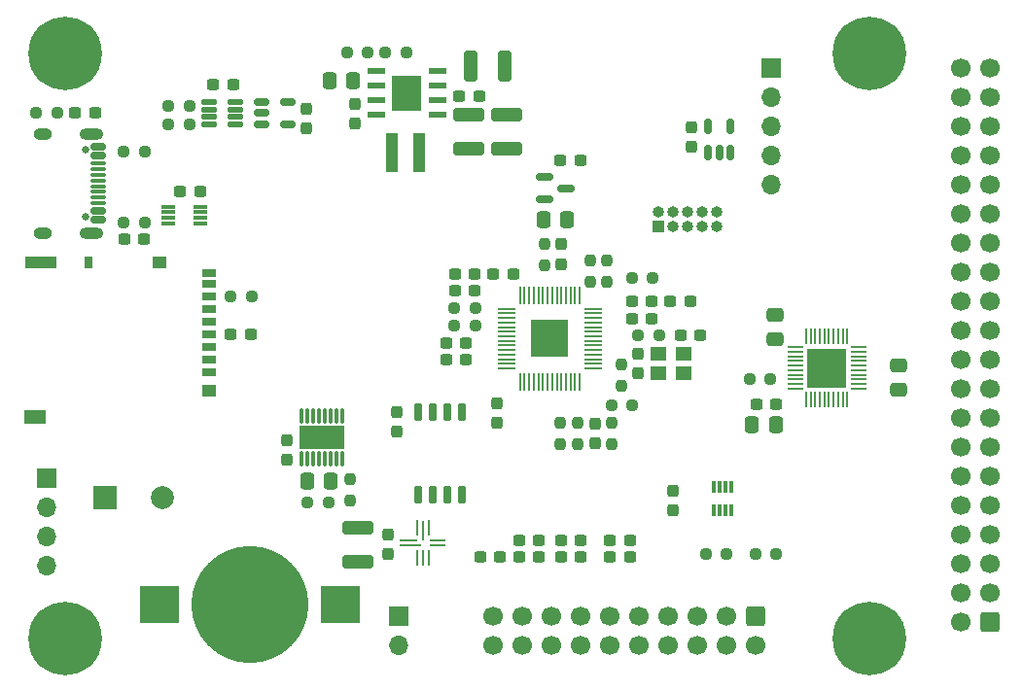
<source format=gbr>
%TF.GenerationSoftware,KiCad,Pcbnew,8.0.4-1.fc40*%
%TF.CreationDate,2024-09-05T19:31:20+01:00*%
%TF.ProjectId,better-lamp-controller,62657474-6572-42d6-9c61-6d702d636f6e,rev?*%
%TF.SameCoordinates,Original*%
%TF.FileFunction,Soldermask,Top*%
%TF.FilePolarity,Negative*%
%FSLAX46Y46*%
G04 Gerber Fmt 4.6, Leading zero omitted, Abs format (unit mm)*
G04 Created by KiCad (PCBNEW 8.0.4-1.fc40) date 2024-09-05 19:31:20*
%MOMM*%
%LPD*%
G01*
G04 APERTURE LIST*
G04 Aperture macros list*
%AMRoundRect*
0 Rectangle with rounded corners*
0 $1 Rounding radius*
0 $2 $3 $4 $5 $6 $7 $8 $9 X,Y pos of 4 corners*
0 Add a 4 corners polygon primitive as box body*
4,1,4,$2,$3,$4,$5,$6,$7,$8,$9,$2,$3,0*
0 Add four circle primitives for the rounded corners*
1,1,$1+$1,$2,$3*
1,1,$1+$1,$4,$5*
1,1,$1+$1,$6,$7*
1,1,$1+$1,$8,$9*
0 Add four rect primitives between the rounded corners*
20,1,$1+$1,$2,$3,$4,$5,0*
20,1,$1+$1,$4,$5,$6,$7,0*
20,1,$1+$1,$6,$7,$8,$9,0*
20,1,$1+$1,$8,$9,$2,$3,0*%
G04 Aperture macros list end*
%ADD10RoundRect,0.237500X0.300000X0.237500X-0.300000X0.237500X-0.300000X-0.237500X0.300000X-0.237500X0*%
%ADD11RoundRect,0.250000X-0.325000X-1.100000X0.325000X-1.100000X0.325000X1.100000X-0.325000X1.100000X0*%
%ADD12RoundRect,0.250000X0.600000X0.600000X-0.600000X0.600000X-0.600000X-0.600000X0.600000X-0.600000X0*%
%ADD13C,1.700000*%
%ADD14RoundRect,0.237500X0.250000X0.237500X-0.250000X0.237500X-0.250000X-0.237500X0.250000X-0.237500X0*%
%ADD15R,0.980000X3.400000*%
%ADD16RoundRect,0.237500X-0.250000X-0.237500X0.250000X-0.237500X0.250000X0.237500X-0.250000X0.237500X0*%
%ADD17RoundRect,0.237500X-0.300000X-0.237500X0.300000X-0.237500X0.300000X0.237500X-0.300000X0.237500X0*%
%ADD18R,0.300000X1.000000*%
%ADD19RoundRect,0.237500X-0.237500X0.300000X-0.237500X-0.300000X0.237500X-0.300000X0.237500X0.300000X0*%
%ADD20R,1.700000X1.700000*%
%ADD21O,1.700000X1.700000*%
%ADD22RoundRect,0.237500X0.237500X-0.300000X0.237500X0.300000X-0.237500X0.300000X-0.237500X-0.300000X0*%
%ADD23R,3.500000X3.300000*%
%ADD24C,10.200000*%
%ADD25R,2.000000X2.000000*%
%ADD26C,2.000000*%
%ADD27RoundRect,0.250000X0.337500X0.475000X-0.337500X0.475000X-0.337500X-0.475000X0.337500X-0.475000X0*%
%ADD28R,1.200000X0.700000*%
%ADD29R,0.800000X1.000000*%
%ADD30R,1.200000X1.000000*%
%ADD31R,2.800000X1.000000*%
%ADD32R,1.900000X1.300000*%
%ADD33RoundRect,0.250000X-1.100000X0.325000X-1.100000X-0.325000X1.100000X-0.325000X1.100000X0.325000X0*%
%ADD34RoundRect,0.150000X-0.587500X-0.150000X0.587500X-0.150000X0.587500X0.150000X-0.587500X0.150000X0*%
%ADD35RoundRect,0.237500X0.237500X-0.250000X0.237500X0.250000X-0.237500X0.250000X-0.237500X-0.250000X0*%
%ADD36RoundRect,0.250000X-0.600000X0.600000X-0.600000X-0.600000X0.600000X-0.600000X0.600000X0.600000X0*%
%ADD37RoundRect,0.237500X-0.237500X0.250000X-0.237500X-0.250000X0.237500X-0.250000X0.237500X0.250000X0*%
%ADD38RoundRect,0.150000X0.150000X-0.512500X0.150000X0.512500X-0.150000X0.512500X-0.150000X-0.512500X0*%
%ADD39RoundRect,0.092500X-0.092500X0.557500X-0.092500X-0.557500X0.092500X-0.557500X0.092500X0.557500X0*%
%ADD40RoundRect,0.105000X-1.845000X0.945000X-1.845000X-0.945000X1.845000X-0.945000X1.845000X0.945000X0*%
%ADD41O,0.200000X1.500000*%
%ADD42O,1.500000X0.200000*%
%ADD43C,0.437500*%
%ADD44R,3.500000X3.500000*%
%ADD45C,6.400000*%
%ADD46RoundRect,0.250000X-0.337500X-0.475000X0.337500X-0.475000X0.337500X0.475000X-0.337500X0.475000X0*%
%ADD47R,1.400000X1.200000*%
%ADD48RoundRect,0.250000X-0.475000X0.337500X-0.475000X-0.337500X0.475000X-0.337500X0.475000X0.337500X0*%
%ADD49RoundRect,0.150000X0.150000X-0.650000X0.150000X0.650000X-0.150000X0.650000X-0.150000X-0.650000X0*%
%ADD50RoundRect,0.150000X-0.512500X-0.150000X0.512500X-0.150000X0.512500X0.150000X-0.512500X0.150000X0*%
%ADD51RoundRect,0.250000X1.100000X-0.325000X1.100000X0.325000X-1.100000X0.325000X-1.100000X-0.325000X0*%
%ADD52C,0.650000*%
%ADD53RoundRect,0.150000X-0.500000X0.150000X-0.500000X-0.150000X0.500000X-0.150000X0.500000X0.150000X0*%
%ADD54RoundRect,0.075000X-0.575000X0.075000X-0.575000X-0.075000X0.575000X-0.075000X0.575000X0.075000X0*%
%ADD55O,2.100000X1.000000*%
%ADD56O,1.600000X1.000000*%
%ADD57R,1.000000X1.000000*%
%ADD58O,1.000000X1.000000*%
%ADD59RoundRect,0.062500X-0.062500X0.625000X-0.062500X-0.625000X0.062500X-0.625000X0.062500X0.625000X0*%
%ADD60RoundRect,0.062500X-0.062500X0.825000X-0.062500X-0.825000X0.062500X-0.825000X0.062500X0.825000X0*%
%ADD61RoundRect,0.062500X0.687500X0.062500X-0.687500X0.062500X-0.687500X-0.062500X0.687500X-0.062500X0*%
%ADD62RoundRect,0.062500X-0.837500X-0.062500X0.837500X-0.062500X0.837500X0.062500X-0.837500X0.062500X0*%
%ADD63RoundRect,0.062500X0.062500X-0.650000X0.062500X0.650000X-0.062500X0.650000X-0.062500X-0.650000X0*%
%ADD64RoundRect,0.062500X-0.637500X-0.062500X0.637500X-0.062500X0.637500X0.062500X-0.637500X0.062500X0*%
%ADD65R,2.600000X3.100000*%
%ADD66R,1.550000X0.600000*%
%ADD67RoundRect,0.087500X-0.537500X-0.087500X0.537500X-0.087500X0.537500X0.087500X-0.537500X0.087500X0*%
%ADD68RoundRect,0.250000X0.475000X-0.337500X0.475000X0.337500X-0.475000X0.337500X-0.475000X-0.337500X0*%
%ADD69RoundRect,0.125000X-0.537500X-0.125000X0.537500X-0.125000X0.537500X0.125000X-0.537500X0.125000X0*%
%ADD70RoundRect,0.050000X0.050000X-0.700000X0.050000X0.700000X-0.050000X0.700000X-0.050000X-0.700000X0*%
%ADD71RoundRect,0.050000X0.700000X-0.050000X0.700000X0.050000X-0.700000X0.050000X-0.700000X-0.050000X0*%
%ADD72R,3.200000X3.200000*%
G04 APERTURE END LIST*
D10*
%TO.C,C39*%
X124900000Y-119900000D03*
X123175000Y-119900000D03*
%TD*%
D11*
%TO.C,C14*%
X115300000Y-77100000D03*
X118250000Y-77100000D03*
%TD*%
D12*
%TO.C,J1*%
X160540000Y-125500000D03*
D13*
X158000000Y-125500000D03*
X160540000Y-122960000D03*
X158000000Y-122960000D03*
X160540000Y-120420000D03*
X158000000Y-120420000D03*
X160540000Y-117880000D03*
X158000000Y-117880000D03*
X160540000Y-115340000D03*
X158000000Y-115340000D03*
X160540000Y-112800000D03*
X158000000Y-112800000D03*
X160540000Y-110260000D03*
X158000000Y-110260000D03*
X160540000Y-107720000D03*
X158000000Y-107720000D03*
X160540000Y-105180000D03*
X158000000Y-105180000D03*
X160540000Y-102640000D03*
X158000000Y-102640000D03*
X160540000Y-100100000D03*
X158000000Y-100100000D03*
X160540000Y-97560000D03*
X158000000Y-97560000D03*
X160540000Y-95020000D03*
X158000000Y-95020000D03*
X160540000Y-92480000D03*
X158000000Y-92480000D03*
X160540000Y-89940000D03*
X158000000Y-89940000D03*
X160540000Y-87400000D03*
X158000000Y-87400000D03*
X160540000Y-84860000D03*
X158000000Y-84860000D03*
X160540000Y-82320000D03*
X158000000Y-82320000D03*
X160540000Y-79780000D03*
X158000000Y-79780000D03*
X160540000Y-77240000D03*
X158000000Y-77240000D03*
%TD*%
D14*
%TO.C,R11*%
X79300000Y-81200000D03*
X77475000Y-81200000D03*
%TD*%
D15*
%TO.C,L1*%
X108450000Y-84650000D03*
X110820000Y-84650000D03*
%TD*%
D16*
%TO.C,R26*%
X113875000Y-98200000D03*
X115700000Y-98200000D03*
%TD*%
D17*
%TO.C,C24*%
X113925000Y-95200000D03*
X115650000Y-95200000D03*
%TD*%
D16*
%TO.C,R25*%
X113875000Y-99700000D03*
X115700000Y-99700000D03*
%TD*%
D18*
%TO.C,U12*%
X136500000Y-115787500D03*
X137000000Y-115787500D03*
X137500000Y-115787500D03*
X138000000Y-115787500D03*
X138000000Y-113787500D03*
X137500000Y-113787500D03*
X137000000Y-113787500D03*
X136500000Y-113787500D03*
%TD*%
D19*
%TO.C,C26*%
X108900000Y-107225000D03*
X108900000Y-108950000D03*
%TD*%
D14*
%TO.C,R24*%
X102925000Y-115162500D03*
X101100000Y-115162500D03*
%TD*%
D17*
%TO.C,C35*%
X132700000Y-97600000D03*
X134425000Y-97600000D03*
%TD*%
D16*
%TO.C,R4*%
X139575000Y-104400000D03*
X141400000Y-104400000D03*
%TD*%
D20*
%TO.C,J6*%
X109000000Y-125000000D03*
D21*
X109000000Y-127540000D03*
%TD*%
D22*
%TO.C,C44*%
X99300000Y-111437500D03*
X99300000Y-109712500D03*
%TD*%
D17*
%TO.C,C25*%
X116137500Y-119900000D03*
X117862500Y-119900000D03*
%TD*%
D10*
%TO.C,C16*%
X131075000Y-97600000D03*
X129350000Y-97600000D03*
%TD*%
D17*
%TO.C,C17*%
X113175000Y-102700000D03*
X114900000Y-102700000D03*
%TD*%
%TO.C,C27*%
X133575000Y-100600000D03*
X135300000Y-100600000D03*
%TD*%
D23*
%TO.C,BT1*%
X88200000Y-124000000D03*
X104000000Y-124000000D03*
D24*
X96100000Y-124000000D03*
%TD*%
D25*
%TO.C,C13*%
X83500000Y-114700000D03*
D26*
X88500000Y-114700000D03*
%TD*%
D27*
%TO.C,C5*%
X141850000Y-108350000D03*
X139775000Y-108350000D03*
%TD*%
D22*
%TO.C,C47*%
X132900000Y-115825000D03*
X132900000Y-114100000D03*
%TD*%
D28*
%TO.C,J2*%
X92500000Y-103800000D03*
X92500000Y-102700000D03*
X92500000Y-101600000D03*
X92500000Y-100500000D03*
X92500000Y-99400000D03*
X92500000Y-98300000D03*
X92500000Y-97200000D03*
X92500000Y-96100000D03*
X92500000Y-95150000D03*
D29*
X82000000Y-94200000D03*
D30*
X88200000Y-94200000D03*
D31*
X77850000Y-94200000D03*
D30*
X92500000Y-105350000D03*
D32*
X77400000Y-107700000D03*
%TD*%
D33*
%TO.C,C7*%
X105525000Y-117300000D03*
X105525000Y-120250000D03*
%TD*%
D16*
%TO.C,R15*%
X94425000Y-97200000D03*
X96250000Y-97200000D03*
%TD*%
D34*
%TO.C,U11*%
X121700000Y-86800000D03*
X121700000Y-88700000D03*
X123575000Y-87750000D03*
%TD*%
D16*
%TO.C,R5*%
X129900000Y-100600000D03*
X131725000Y-100600000D03*
%TD*%
D35*
%TO.C,R3*%
X125700000Y-95900000D03*
X125700000Y-94075000D03*
%TD*%
D17*
%TO.C,C42*%
X119500000Y-119900000D03*
X121225000Y-119900000D03*
%TD*%
D36*
%TO.C,J4*%
X140120000Y-125000000D03*
D13*
X140120000Y-127540000D03*
X137580000Y-125000000D03*
X137580000Y-127540000D03*
X135040000Y-125000000D03*
X135040000Y-127540000D03*
X132500000Y-125000000D03*
X132500000Y-127540000D03*
X129960000Y-125000000D03*
X129960000Y-127540000D03*
X127420000Y-125000000D03*
X127420000Y-127540000D03*
X124880000Y-125000000D03*
X124880000Y-127540000D03*
X122340000Y-125000000D03*
X122340000Y-127540000D03*
X119800000Y-125000000D03*
X119800000Y-127540000D03*
X117260000Y-125000000D03*
X117260000Y-127540000D03*
%TD*%
D37*
%TO.C,R6*%
X123100000Y-108200000D03*
X123100000Y-110025000D03*
%TD*%
D17*
%TO.C,C8*%
X80875000Y-81200000D03*
X82600000Y-81200000D03*
%TD*%
%TO.C,C15*%
X113925000Y-96700000D03*
X115650000Y-96700000D03*
%TD*%
D38*
%TO.C,U6*%
X136000000Y-84675000D03*
X136950000Y-84675000D03*
X137900000Y-84675000D03*
X137900000Y-82400000D03*
X136000000Y-82400000D03*
%TD*%
D37*
%TO.C,R8*%
X127600000Y-108200000D03*
X127600000Y-110025000D03*
%TD*%
D17*
%TO.C,C23*%
X113175000Y-101200000D03*
X114900000Y-101200000D03*
%TD*%
D14*
%TO.C,R22*%
X131150000Y-95600000D03*
X129325000Y-95600000D03*
%TD*%
%TO.C,R17*%
X90825000Y-80600000D03*
X89000000Y-80600000D03*
%TD*%
D16*
%TO.C,R21*%
X107850000Y-75950000D03*
X109675000Y-75950000D03*
%TD*%
D39*
%TO.C,U10*%
X104100000Y-107612500D03*
X103600000Y-107612500D03*
X103100000Y-107612500D03*
X102600000Y-107612500D03*
X102100000Y-107612500D03*
X101600000Y-107612500D03*
X101100000Y-107612500D03*
X100600000Y-107612500D03*
X104100000Y-111312500D03*
X103600000Y-111312500D03*
X103100000Y-111312500D03*
X102600000Y-111312500D03*
X102100000Y-111312500D03*
X101600000Y-111312500D03*
X101100000Y-111312500D03*
X100600000Y-111312500D03*
D40*
X102335000Y-109462500D03*
%TD*%
D10*
%TO.C,C9*%
X91725000Y-88000000D03*
X90000000Y-88000000D03*
%TD*%
D20*
%TO.C,J7*%
X78400000Y-112980000D03*
D21*
X78400000Y-115520000D03*
X78400000Y-118060000D03*
X78400000Y-120600000D03*
%TD*%
D41*
%TO.C,U1*%
X144500000Y-106150000D03*
X144900000Y-106150000D03*
X145300000Y-106150000D03*
X145700000Y-106150000D03*
X146100000Y-106150000D03*
X146500000Y-106150000D03*
X146900000Y-106150000D03*
X147300000Y-106150000D03*
X147700000Y-106150000D03*
X148100000Y-106150000D03*
D42*
X149050000Y-105200000D03*
X149050000Y-104800000D03*
X149050000Y-104400000D03*
X149050000Y-104000000D03*
X149050000Y-103600000D03*
X149050000Y-103200000D03*
X149050000Y-102800000D03*
X149050000Y-102400000D03*
X149050000Y-102000000D03*
X149050000Y-101600000D03*
D41*
X148100000Y-100650000D03*
X147700000Y-100650000D03*
X147300000Y-100650000D03*
X146900000Y-100650000D03*
X146500000Y-100650000D03*
X146100000Y-100650000D03*
X145700000Y-100650000D03*
X145300000Y-100650000D03*
X144900000Y-100650000D03*
X144500000Y-100650000D03*
D42*
X143550000Y-101600000D03*
X143550000Y-102000000D03*
X143550000Y-102400000D03*
X143550000Y-102800000D03*
X143550000Y-103200000D03*
X143550000Y-103600000D03*
X143550000Y-104000000D03*
X143550000Y-104400000D03*
X143550000Y-104800000D03*
X143550000Y-105200000D03*
D43*
X145425000Y-104275000D03*
X146300000Y-104275000D03*
X147175000Y-104275000D03*
X145425000Y-103400000D03*
X146300000Y-103400000D03*
D44*
X146300000Y-103400000D03*
D43*
X147175000Y-103400000D03*
X145425000Y-102525000D03*
X146300000Y-102525000D03*
X147175000Y-102525000D03*
%TD*%
D19*
%TO.C,C10*%
X101000000Y-80800000D03*
X101000000Y-82525000D03*
%TD*%
D17*
%TO.C,C45*%
X123125000Y-85300000D03*
X124850000Y-85300000D03*
%TD*%
D45*
%TO.C,H3*%
X80000000Y-127000000D03*
%TD*%
D16*
%TO.C,R14*%
X127575000Y-106700000D03*
X129400000Y-106700000D03*
%TD*%
D46*
%TO.C,C36*%
X101075000Y-113300000D03*
X103150000Y-113300000D03*
%TD*%
D47*
%TO.C,Y1*%
X133825000Y-102200000D03*
X131625000Y-102200000D03*
X131625000Y-103900000D03*
X133825000Y-103900000D03*
%TD*%
D45*
%TO.C,H1*%
X150000000Y-76000000D03*
%TD*%
D48*
%TO.C,C4*%
X152600000Y-103200000D03*
X152600000Y-105275000D03*
%TD*%
D35*
%TO.C,R23*%
X104800000Y-114925000D03*
X104800000Y-113100000D03*
%TD*%
%TO.C,R1*%
X121700000Y-94425000D03*
X121700000Y-92600000D03*
%TD*%
D49*
%TO.C,U5*%
X110695000Y-114450000D03*
X111965000Y-114450000D03*
X113235000Y-114450000D03*
X114505000Y-114450000D03*
X114505000Y-107250000D03*
X113235000Y-107250000D03*
X111965000Y-107250000D03*
X110695000Y-107250000D03*
%TD*%
D19*
%TO.C,C21*%
X123200000Y-92625000D03*
X123200000Y-94350000D03*
%TD*%
D22*
%TO.C,C19*%
X126100000Y-110000000D03*
X126100000Y-108275000D03*
%TD*%
D16*
%TO.C,R20*%
X104537500Y-75950000D03*
X106362500Y-75950000D03*
%TD*%
D17*
%TO.C,C12*%
X85137500Y-92200000D03*
X86862500Y-92200000D03*
%TD*%
D19*
%TO.C,C6*%
X108125000Y-117925000D03*
X108125000Y-119650000D03*
%TD*%
D10*
%TO.C,C2*%
X94625000Y-78700000D03*
X92900000Y-78700000D03*
%TD*%
D50*
%TO.C,U8*%
X97075000Y-80250000D03*
X97075000Y-81200000D03*
X97075000Y-82150000D03*
X99350000Y-82150000D03*
X99350000Y-80250000D03*
%TD*%
D51*
%TO.C,C34*%
X118450000Y-84300000D03*
X118450000Y-81350000D03*
%TD*%
D17*
%TO.C,C38*%
X127437500Y-118400000D03*
X129162500Y-118400000D03*
%TD*%
D45*
%TO.C,H4*%
X80000000Y-76000000D03*
%TD*%
D22*
%TO.C,C18*%
X117600000Y-108225000D03*
X117600000Y-106500000D03*
%TD*%
D20*
%TO.C,J5*%
X141500000Y-77252500D03*
D21*
X141500000Y-79792500D03*
X141500000Y-82332500D03*
X141500000Y-84872500D03*
X141500000Y-87412500D03*
%TD*%
D52*
%TO.C,J3*%
X81760000Y-84430000D03*
X81760000Y-90210000D03*
D53*
X82900000Y-84120000D03*
X82900000Y-84920000D03*
D54*
X82900000Y-86070000D03*
X82900000Y-87070000D03*
X82900000Y-87570000D03*
X82900000Y-88570000D03*
D53*
X82900000Y-89720000D03*
X82900000Y-90520000D03*
X82900000Y-90520000D03*
X82900000Y-89720000D03*
D54*
X82900000Y-89070000D03*
X82900000Y-88070000D03*
X82900000Y-86570000D03*
X82900000Y-85570000D03*
D53*
X82900000Y-84920000D03*
X82900000Y-84120000D03*
D55*
X82260000Y-83000000D03*
D56*
X78080000Y-83000000D03*
D55*
X82260000Y-91640000D03*
D56*
X78080000Y-91640000D03*
%TD*%
D37*
%TO.C,R7*%
X124600000Y-108200000D03*
X124600000Y-110025000D03*
%TD*%
D57*
%TO.C,J9*%
X131620000Y-91100000D03*
D58*
X131620000Y-89830000D03*
X132890000Y-91100000D03*
X132890000Y-89830000D03*
X134160000Y-91100000D03*
X134160000Y-89830000D03*
X135430000Y-91100000D03*
X135430000Y-89830000D03*
X136700000Y-91100000D03*
X136700000Y-89830000D03*
%TD*%
D17*
%TO.C,C30*%
X114300000Y-79750000D03*
X116025000Y-79750000D03*
%TD*%
D19*
%TO.C,C32*%
X105250000Y-80400000D03*
X105250000Y-82125000D03*
%TD*%
D10*
%TO.C,C20*%
X131075000Y-99100000D03*
X129350000Y-99100000D03*
%TD*%
D14*
%TO.C,R28*%
X141925000Y-119600000D03*
X140100000Y-119600000D03*
%TD*%
D59*
%TO.C,U4*%
X111625000Y-117350000D03*
D60*
X111125000Y-117550000D03*
D59*
X110625000Y-117350000D03*
D61*
X109875000Y-118387500D03*
D62*
X110025000Y-118887500D03*
D63*
X110625000Y-119950000D03*
X111125000Y-119950000D03*
X111625000Y-119950000D03*
D64*
X112425000Y-118887500D03*
X112425000Y-118387500D03*
%TD*%
D17*
%TO.C,C37*%
X127437500Y-119900000D03*
X129162500Y-119900000D03*
%TD*%
D16*
%TO.C,R27*%
X135775000Y-119600000D03*
X137600000Y-119600000D03*
%TD*%
D35*
%TO.C,R2*%
X127200000Y-95900000D03*
X127200000Y-94075000D03*
%TD*%
D46*
%TO.C,C46*%
X121625000Y-90500000D03*
X123700000Y-90500000D03*
%TD*%
D65*
%TO.C,U9*%
X109750000Y-79445000D03*
D66*
X112450000Y-81350000D03*
X112450000Y-80080000D03*
X112450000Y-78810000D03*
X112450000Y-77540000D03*
X107050000Y-77540000D03*
X107050000Y-78810000D03*
X107050000Y-80080000D03*
X107050000Y-81350000D03*
%TD*%
D17*
%TO.C,C22*%
X117275000Y-95200000D03*
X119000000Y-95200000D03*
%TD*%
D10*
%TO.C,C40*%
X124900000Y-118400000D03*
X123175000Y-118400000D03*
%TD*%
%TO.C,C3*%
X141900000Y-106600000D03*
X140175000Y-106600000D03*
%TD*%
D37*
%TO.C,R13*%
X128400000Y-103125000D03*
X128400000Y-104950000D03*
%TD*%
D67*
%TO.C,U2*%
X88950000Y-89350000D03*
X88950000Y-89850000D03*
X88950000Y-90350000D03*
X88950000Y-90850000D03*
X91750000Y-90850000D03*
X91750000Y-90350000D03*
X91750000Y-89850000D03*
X91750000Y-89350000D03*
%TD*%
D45*
%TO.C,H2*%
X150000000Y-127000000D03*
%TD*%
D17*
%TO.C,C43*%
X94425000Y-100500000D03*
X96150000Y-100500000D03*
%TD*%
D16*
%TO.C,R16*%
X89000000Y-82200000D03*
X90825000Y-82200000D03*
%TD*%
%TO.C,R9*%
X85100000Y-84600000D03*
X86925000Y-84600000D03*
%TD*%
D19*
%TO.C,C29*%
X134500000Y-82437500D03*
X134500000Y-84162500D03*
%TD*%
D68*
%TO.C,C1*%
X141800000Y-100900000D03*
X141800000Y-98825000D03*
%TD*%
D69*
%TO.C,U7*%
X92500000Y-80250000D03*
X92500000Y-80900000D03*
X92500000Y-81550000D03*
X92500000Y-82200000D03*
X94775000Y-82200000D03*
X94775000Y-81550000D03*
X94775000Y-80900000D03*
X94775000Y-80250000D03*
%TD*%
D51*
%TO.C,C33*%
X115150000Y-84300000D03*
X115150000Y-81350000D03*
%TD*%
D16*
%TO.C,R10*%
X85100000Y-90700000D03*
X86925000Y-90700000D03*
%TD*%
D19*
%TO.C,C28*%
X129875000Y-102175000D03*
X129875000Y-103900000D03*
%TD*%
D10*
%TO.C,C41*%
X121225000Y-118400000D03*
X119500000Y-118400000D03*
%TD*%
D70*
%TO.C,U3*%
X119600000Y-104600000D03*
X120000000Y-104600000D03*
X120400000Y-104600000D03*
X120800000Y-104600000D03*
X121200000Y-104600000D03*
X121600000Y-104600000D03*
X122000000Y-104600000D03*
X122400000Y-104600000D03*
X122800000Y-104600000D03*
X123200000Y-104600000D03*
X123600000Y-104600000D03*
X124000000Y-104600000D03*
X124400000Y-104600000D03*
X124800000Y-104600000D03*
D71*
X125950000Y-103450000D03*
X125950000Y-103050000D03*
X125950000Y-102650000D03*
X125950000Y-102250000D03*
X125950000Y-101850000D03*
X125950000Y-101450000D03*
X125950000Y-101050000D03*
X125950000Y-100650000D03*
X125950000Y-100250000D03*
X125950000Y-99850000D03*
X125950000Y-99450000D03*
X125950000Y-99050000D03*
X125950000Y-98650000D03*
X125950000Y-98250000D03*
D70*
X124800000Y-97100000D03*
X124400000Y-97100000D03*
X124000000Y-97100000D03*
X123600000Y-97100000D03*
X123200000Y-97100000D03*
X122800000Y-97100000D03*
X122400000Y-97100000D03*
X122000000Y-97100000D03*
X121600000Y-97100000D03*
X121200000Y-97100000D03*
X120800000Y-97100000D03*
X120400000Y-97100000D03*
X120000000Y-97100000D03*
X119600000Y-97100000D03*
D71*
X118450000Y-98250000D03*
X118450000Y-98650000D03*
X118450000Y-99050000D03*
X118450000Y-99450000D03*
X118450000Y-99850000D03*
X118450000Y-100250000D03*
X118450000Y-100650000D03*
X118450000Y-101050000D03*
X118450000Y-101450000D03*
X118450000Y-101850000D03*
X118450000Y-102250000D03*
X118450000Y-102650000D03*
X118450000Y-103050000D03*
X118450000Y-103450000D03*
D72*
X122200000Y-100850000D03*
%TD*%
D27*
%TO.C,C31*%
X105100000Y-78400000D03*
X103025000Y-78400000D03*
%TD*%
M02*

</source>
